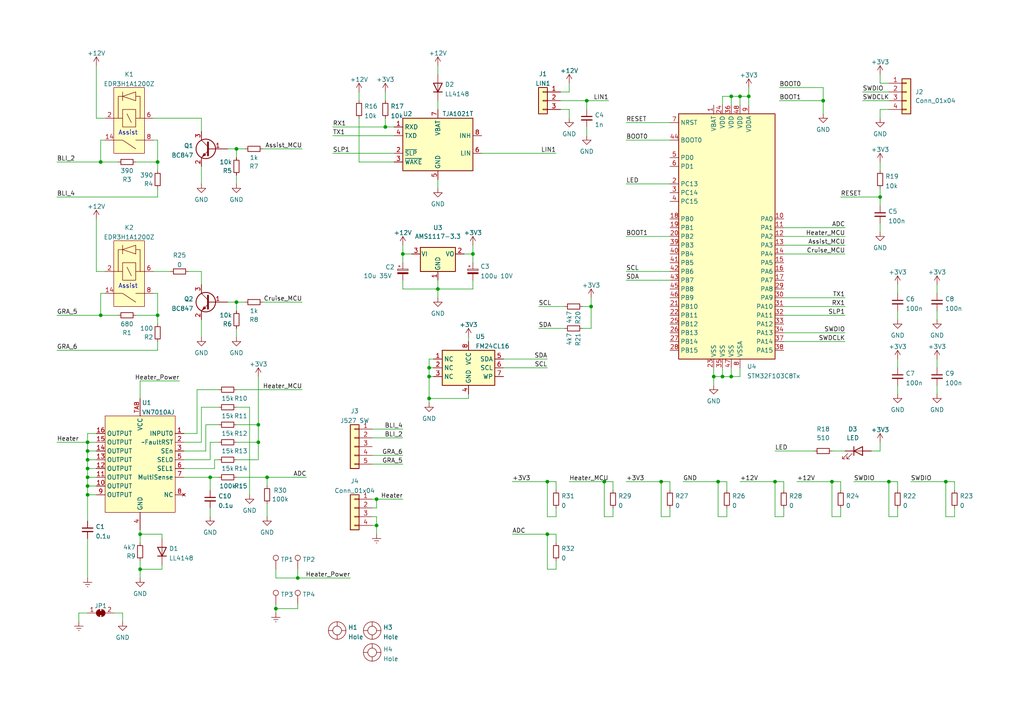
<source format=kicad_sch>
(kicad_sch (version 20211123) (generator eeschema)
  (paper "A4")
  (junction (at 25.4 143.51))
  (junction (at 74.93 128.27))
  (junction (at 208.28 139.7))
  (junction (at 80.01 176.53))
  (junction (at 217.17 27.94))
  (junction (at 191.77 139.7))
  (junction (at 111.76 36.83))
  (junction (at 238.76 29.21))
  (junction (at 25.4 135.89))
  (junction (at 207.01 109.22))
  (junction (at 25.4 128.27))
  (junction (at 224.79 139.7))
  (junction (at 127 83.82))
  (junction (at 25.4 130.81))
  (junction (at 209.55 109.22))
  (junction (at 124.46 115.57))
  (junction (at 68.58 43.18))
  (junction (at 77.47 138.43))
  (junction (at 74.93 123.19))
  (junction (at 86.36 167.64))
  (junction (at 171.45 88.9))
  (junction (at 40.64 165.1))
  (junction (at 29.21 46.99))
  (junction (at 212.09 27.94))
  (junction (at 45.72 91.44))
  (junction (at 40.64 154.94))
  (junction (at 241.3 139.7))
  (junction (at 124.46 109.22))
  (junction (at 255.27 57.15))
  (junction (at 212.09 109.22))
  (junction (at 45.72 46.99))
  (junction (at 158.75 154.94))
  (junction (at 109.22 152.4))
  (junction (at 25.4 140.97))
  (junction (at 214.63 27.94))
  (junction (at 68.58 87.63))
  (junction (at 274.32 139.7))
  (junction (at 25.4 138.43))
  (junction (at 60.96 138.43))
  (junction (at 116.84 73.66))
  (junction (at 137.16 73.66))
  (junction (at 124.46 106.68))
  (junction (at 257.81 139.7))
  (junction (at 109.22 144.78))
  (junction (at 175.26 139.7))
  (junction (at 158.75 139.7))
  (junction (at 29.21 91.44))
  (junction (at 170.18 29.21))
  (junction (at 25.4 133.35))
  (wire (pts (xy 68.58 123.19) (xy 74.93 123.19)))
  (wire (pts (xy 214.63 27.94) (xy 214.63 30.48)))
  (wire (pts (xy 66.04 43.18) (xy 68.58 43.18)))
  (wire (pts (xy 158.75 139.7) (xy 158.75 149.86)))
  (wire (pts (xy 252.73 130.81) (xy 255.27 130.81)))
  (wire (pts (xy 194.31 139.7) (xy 191.77 139.7)))
  (wire (pts (xy 124.46 109.22) (xy 124.46 115.57)))
  (wire (pts (xy 25.4 130.81) (xy 27.94 130.81)))
  (wire (pts (xy 29.21 91.44) (xy 34.29 91.44)))
  (wire (pts (xy 124.46 106.68) (xy 124.46 109.22)))
  (wire (pts (xy 74.93 128.27) (xy 74.93 133.35)))
  (wire (pts (xy 68.58 118.11) (xy 72.39 118.11)))
  (wire (pts (xy 107.95 144.78) (xy 109.22 144.78)))
  (wire (pts (xy 68.58 128.27) (xy 74.93 128.27)))
  (wire (pts (xy 74.93 123.19) (xy 74.93 128.27)))
  (wire (pts (xy 170.18 29.21) (xy 170.18 31.75)))
  (wire (pts (xy 226.06 29.21) (xy 238.76 29.21)))
  (wire (pts (xy 146.05 106.68) (xy 158.75 106.68)))
  (wire (pts (xy 25.4 128.27) (xy 25.4 130.81)))
  (wire (pts (xy 116.84 81.28) (xy 116.84 83.82)))
  (wire (pts (xy 208.28 149.86) (xy 210.82 149.86)))
  (wire (pts (xy 165.1 139.7) (xy 175.26 139.7)))
  (wire (pts (xy 25.4 133.35) (xy 25.4 135.89)))
  (wire (pts (xy 271.78 82.55) (xy 271.78 85.09)))
  (wire (pts (xy 16.51 57.15) (xy 45.72 57.15)))
  (wire (pts (xy 45.72 99.06) (xy 45.72 101.6)))
  (wire (pts (xy 57.15 113.03) (xy 63.5 113.03)))
  (wire (pts (xy 161.29 162.56) (xy 161.29 165.1)))
  (wire (pts (xy 29.21 46.99) (xy 34.29 46.99)))
  (wire (pts (xy 175.26 149.86) (xy 177.8 149.86)))
  (wire (pts (xy 30.48 34.29) (xy 27.94 34.29)))
  (wire (pts (xy 46.99 154.94) (xy 46.99 156.21)))
  (wire (pts (xy 127 29.21) (xy 127 31.75)))
  (wire (pts (xy 257.81 31.75) (xy 255.27 31.75)))
  (wire (pts (xy 255.27 54.61) (xy 255.27 57.15)))
  (wire (pts (xy 39.37 46.99) (xy 45.72 46.99)))
  (wire (pts (xy 241.3 139.7) (xy 241.3 149.86)))
  (wire (pts (xy 170.18 29.21) (xy 176.53 29.21)))
  (wire (pts (xy 114.3 36.83) (xy 111.76 36.83)))
  (wire (pts (xy 207.01 109.22) (xy 207.01 111.76)))
  (wire (pts (xy 231.14 139.7) (xy 241.3 139.7)))
  (wire (pts (xy 40.64 162.56) (xy 40.64 165.1)))
  (wire (pts (xy 181.61 68.58) (xy 194.31 68.58)))
  (wire (pts (xy 161.29 154.94) (xy 158.75 154.94)))
  (wire (pts (xy 257.81 139.7) (xy 257.81 149.86)))
  (wire (pts (xy 68.58 87.63) (xy 68.58 90.17)))
  (wire (pts (xy 255.27 64.77) (xy 255.27 67.31)))
  (wire (pts (xy 209.55 106.68) (xy 209.55 109.22)))
  (wire (pts (xy 25.4 133.35) (xy 27.94 133.35)))
  (wire (pts (xy 109.22 152.4) (xy 109.22 154.94)))
  (wire (pts (xy 181.61 35.56) (xy 194.31 35.56)))
  (wire (pts (xy 68.58 43.18) (xy 68.58 45.72)))
  (wire (pts (xy 243.84 139.7) (xy 241.3 139.7)))
  (wire (pts (xy 27.94 125.73) (xy 25.4 125.73)))
  (wire (pts (xy 107.95 147.32) (xy 109.22 147.32)))
  (wire (pts (xy 60.96 128.27) (xy 63.5 128.27)))
  (wire (pts (xy 96.52 39.37) (xy 114.3 39.37)))
  (wire (pts (xy 58.42 92.71) (xy 58.42 97.79)))
  (wire (pts (xy 125.73 104.14) (xy 124.46 104.14)))
  (wire (pts (xy 264.16 139.7) (xy 274.32 139.7)))
  (wire (pts (xy 171.45 95.25) (xy 171.45 88.9)))
  (wire (pts (xy 25.4 143.51) (xy 25.4 151.13)))
  (wire (pts (xy 116.84 83.82) (xy 127 83.82)))
  (wire (pts (xy 161.29 157.48) (xy 161.29 154.94)))
  (wire (pts (xy 111.76 36.83) (xy 111.76 34.29)))
  (wire (pts (xy 224.79 139.7) (xy 224.79 149.86)))
  (wire (pts (xy 274.32 139.7) (xy 274.32 149.86)))
  (wire (pts (xy 161.29 147.32) (xy 161.29 149.86)))
  (wire (pts (xy 25.4 143.51) (xy 27.94 143.51)))
  (wire (pts (xy 217.17 27.94) (xy 217.17 30.48)))
  (wire (pts (xy 260.35 104.14) (xy 260.35 106.68)))
  (wire (pts (xy 212.09 109.22) (xy 209.55 109.22)))
  (wire (pts (xy 127 83.82) (xy 137.16 83.82)))
  (wire (pts (xy 207.01 106.68) (xy 207.01 109.22)))
  (wire (pts (xy 257.81 149.86) (xy 260.35 149.86)))
  (wire (pts (xy 29.21 85.09) (xy 29.21 91.44)))
  (wire (pts (xy 107.95 152.4) (xy 109.22 152.4)))
  (wire (pts (xy 22.86 177.8) (xy 22.86 180.34)))
  (wire (pts (xy 243.84 57.15) (xy 255.27 57.15)))
  (wire (pts (xy 25.4 177.8) (xy 22.86 177.8)))
  (wire (pts (xy 60.96 138.43) (xy 63.5 138.43)))
  (wire (pts (xy 25.4 156.21) (xy 25.4 167.64)))
  (wire (pts (xy 77.47 138.43) (xy 77.47 140.97)))
  (wire (pts (xy 158.75 154.94) (xy 158.75 165.1)))
  (wire (pts (xy 212.09 106.68) (xy 212.09 109.22)))
  (wire (pts (xy 53.34 133.35) (xy 60.96 133.35)))
  (wire (pts (xy 271.78 90.17) (xy 271.78 92.71)))
  (wire (pts (xy 243.84 147.32) (xy 243.84 149.86)))
  (wire (pts (xy 80.01 175.26) (xy 80.01 176.53)))
  (wire (pts (xy 227.33 96.52) (xy 245.11 96.52)))
  (wire (pts (xy 44.45 40.64) (xy 45.72 40.64)))
  (wire (pts (xy 209.55 109.22) (xy 207.01 109.22)))
  (wire (pts (xy 72.39 118.11) (xy 72.39 143.51)))
  (wire (pts (xy 104.14 46.99) (xy 104.14 34.29)))
  (wire (pts (xy 46.99 165.1) (xy 40.64 165.1)))
  (wire (pts (xy 162.56 31.75) (xy 165.1 31.75)))
  (wire (pts (xy 96.52 36.83) (xy 111.76 36.83)))
  (wire (pts (xy 53.34 138.43) (xy 60.96 138.43)))
  (wire (pts (xy 177.8 142.24) (xy 177.8 139.7)))
  (wire (pts (xy 165.1 26.67) (xy 165.1 24.13)))
  (wire (pts (xy 260.35 111.76) (xy 260.35 114.3)))
  (wire (pts (xy 74.93 109.22) (xy 74.93 123.19)))
  (wire (pts (xy 40.64 165.1) (xy 40.64 167.64)))
  (wire (pts (xy 210.82 142.24) (xy 210.82 139.7)))
  (wire (pts (xy 274.32 149.86) (xy 276.86 149.86)))
  (wire (pts (xy 109.22 149.86) (xy 109.22 152.4)))
  (wire (pts (xy 68.58 95.25) (xy 68.58 97.79)))
  (wire (pts (xy 58.42 128.27) (xy 58.42 118.11)))
  (wire (pts (xy 227.33 73.66) (xy 245.11 73.66)))
  (wire (pts (xy 209.55 30.48) (xy 209.55 27.94)))
  (wire (pts (xy 60.96 138.43) (xy 60.96 142.24)))
  (wire (pts (xy 175.26 139.7) (xy 175.26 149.86)))
  (wire (pts (xy 227.33 86.36) (xy 245.11 86.36)))
  (wire (pts (xy 238.76 29.21) (xy 238.76 33.02)))
  (wire (pts (xy 271.78 104.14) (xy 271.78 106.68)))
  (wire (pts (xy 260.35 142.24) (xy 260.35 139.7)))
  (wire (pts (xy 127 83.82) (xy 127 86.36)))
  (wire (pts (xy 161.29 139.7) (xy 158.75 139.7)))
  (wire (pts (xy 27.94 19.05) (xy 27.94 34.29)))
  (wire (pts (xy 255.27 24.13) (xy 255.27 21.59)))
  (wire (pts (xy 80.01 176.53) (xy 86.36 176.53)))
  (wire (pts (xy 181.61 78.74) (xy 194.31 78.74)))
  (wire (pts (xy 25.4 128.27) (xy 27.94 128.27)))
  (wire (pts (xy 68.58 133.35) (xy 74.93 133.35)))
  (wire (pts (xy 210.82 147.32) (xy 210.82 149.86)))
  (wire (pts (xy 148.59 154.94) (xy 158.75 154.94)))
  (wire (pts (xy 124.46 109.22) (xy 125.73 109.22)))
  (wire (pts (xy 156.21 88.9) (xy 163.83 88.9)))
  (wire (pts (xy 27.94 63.5) (xy 27.94 78.74)))
  (wire (pts (xy 161.29 142.24) (xy 161.29 139.7)))
  (wire (pts (xy 214.63 109.22) (xy 212.09 109.22)))
  (wire (pts (xy 194.31 142.24) (xy 194.31 139.7)))
  (wire (pts (xy 127 52.07) (xy 127 54.61)))
  (wire (pts (xy 124.46 106.68) (xy 125.73 106.68)))
  (wire (pts (xy 227.33 142.24) (xy 227.33 139.7)))
  (wire (pts (xy 227.33 91.44) (xy 245.11 91.44)))
  (wire (pts (xy 45.72 46.99) (xy 45.72 49.53)))
  (wire (pts (xy 137.16 73.66) (xy 137.16 76.2)))
  (wire (pts (xy 210.82 139.7) (xy 208.28 139.7)))
  (wire (pts (xy 227.33 147.32) (xy 227.33 149.86)))
  (wire (pts (xy 276.86 147.32) (xy 276.86 149.86)))
  (wire (pts (xy 45.72 40.64) (xy 45.72 46.99)))
  (wire (pts (xy 194.31 147.32) (xy 194.31 149.86)))
  (wire (pts (xy 58.42 34.29) (xy 58.42 38.1)))
  (wire (pts (xy 25.4 135.89) (xy 27.94 135.89)))
  (wire (pts (xy 114.3 46.99) (xy 104.14 46.99)))
  (wire (pts (xy 16.51 46.99) (xy 29.21 46.99)))
  (wire (pts (xy 134.62 73.66) (xy 137.16 73.66)))
  (wire (pts (xy 214.63 27.94) (xy 217.17 27.94)))
  (wire (pts (xy 243.84 142.24) (xy 243.84 139.7)))
  (wire (pts (xy 53.34 128.27) (xy 58.42 128.27)))
  (wire (pts (xy 57.15 125.73) (xy 57.15 113.03)))
  (wire (pts (xy 191.77 139.7) (xy 191.77 149.86)))
  (wire (pts (xy 276.86 142.24) (xy 276.86 139.7)))
  (wire (pts (xy 76.2 43.18) (xy 87.63 43.18)))
  (wire (pts (xy 68.58 87.63) (xy 71.12 87.63)))
  (wire (pts (xy 191.77 149.86) (xy 194.31 149.86)))
  (wire (pts (xy 212.09 27.94) (xy 214.63 27.94)))
  (wire (pts (xy 226.06 25.4) (xy 238.76 25.4)))
  (wire (pts (xy 33.02 177.8) (xy 35.56 177.8)))
  (wire (pts (xy 170.18 36.83) (xy 170.18 39.37)))
  (wire (pts (xy 16.51 91.44) (xy 29.21 91.44)))
  (wire (pts (xy 104.14 26.67) (xy 104.14 29.21)))
  (wire (pts (xy 212.09 27.94) (xy 212.09 30.48)))
  (wire (pts (xy 46.99 163.83) (xy 46.99 165.1)))
  (wire (pts (xy 260.35 139.7) (xy 257.81 139.7)))
  (wire (pts (xy 44.45 85.09) (xy 45.72 85.09)))
  (wire (pts (xy 124.46 104.14) (xy 124.46 106.68)))
  (wire (pts (xy 68.58 50.8) (xy 68.58 53.34)))
  (wire (pts (xy 25.4 138.43) (xy 27.94 138.43)))
  (wire (pts (xy 137.16 81.28) (xy 137.16 83.82)))
  (wire (pts (xy 227.33 99.06) (xy 245.11 99.06)))
  (wire (pts (xy 40.64 110.49) (xy 40.64 115.57)))
  (wire (pts (xy 260.35 82.55) (xy 260.35 85.09)))
  (wire (pts (xy 116.84 71.12) (xy 116.84 73.66)))
  (wire (pts (xy 45.72 91.44) (xy 45.72 93.98)))
  (wire (pts (xy 227.33 139.7) (xy 224.79 139.7)))
  (wire (pts (xy 80.01 165.1) (xy 80.01 167.64)))
  (wire (pts (xy 25.4 138.43) (xy 25.4 140.97)))
  (wire (pts (xy 40.64 154.94) (xy 46.99 154.94)))
  (wire (pts (xy 135.89 114.3) (xy 135.89 115.57)))
  (wire (pts (xy 40.64 153.67) (xy 40.64 154.94)))
  (wire (pts (xy 107.95 134.62) (xy 116.84 134.62)))
  (wire (pts (xy 109.22 147.32) (xy 109.22 144.78)))
  (wire (pts (xy 68.58 43.18) (xy 71.12 43.18)))
  (wire (pts (xy 177.8 139.7) (xy 175.26 139.7)))
  (wire (pts (xy 59.69 123.19) (xy 63.5 123.19)))
  (wire (pts (xy 40.64 110.49) (xy 52.07 110.49)))
  (wire (pts (xy 146.05 104.14) (xy 158.75 104.14)))
  (wire (pts (xy 241.3 130.81) (xy 245.11 130.81)))
  (wire (pts (xy 25.4 125.73) (xy 25.4 128.27)))
  (wire (pts (xy 25.4 135.89) (xy 25.4 138.43)))
  (wire (pts (xy 241.3 149.86) (xy 243.84 149.86)))
  (wire (pts (xy 68.58 138.43) (xy 77.47 138.43)))
  (wire (pts (xy 162.56 29.21) (xy 170.18 29.21)))
  (wire (pts (xy 86.36 167.64) (xy 101.6 167.64)))
  (wire (pts (xy 109.22 144.78) (xy 116.84 144.78)))
  (wire (pts (xy 209.55 27.94) (xy 212.09 27.94)))
  (wire (pts (xy 25.4 130.81) (xy 25.4 133.35)))
  (wire (pts (xy 255.27 46.99) (xy 255.27 49.53)))
  (wire (pts (xy 208.28 139.7) (xy 208.28 149.86)))
  (wire (pts (xy 247.65 139.7) (xy 257.81 139.7)))
  (wire (pts (xy 76.2 87.63) (xy 87.63 87.63)))
  (wire (pts (xy 16.51 128.27) (xy 25.4 128.27)))
  (wire (pts (xy 255.27 31.75) (xy 255.27 34.29)))
  (wire (pts (xy 137.16 73.66) (xy 137.16 71.12)))
  (wire (pts (xy 116.84 73.66) (xy 119.38 73.66)))
  (wire (pts (xy 224.79 130.81) (xy 236.22 130.81)))
  (wire (pts (xy 181.61 40.64) (xy 194.31 40.64)))
  (wire (pts (xy 135.89 97.79) (xy 135.89 99.06)))
  (wire (pts (xy 271.78 111.76) (xy 271.78 114.3)))
  (wire (pts (xy 177.8 147.32) (xy 177.8 149.86)))
  (wire (pts (xy 39.37 91.44) (xy 45.72 91.44)))
  (wire (pts (xy 276.86 139.7) (xy 274.32 139.7)))
  (wire (pts (xy 181.61 139.7) (xy 191.77 139.7)))
  (wire (pts (xy 44.45 34.29) (xy 58.42 34.29)))
  (wire (pts (xy 227.33 68.58) (xy 245.11 68.58)))
  (wire (pts (xy 60.96 147.32) (xy 60.96 149.86)))
  (wire (pts (xy 250.19 26.67) (xy 257.81 26.67)))
  (wire (pts (xy 77.47 138.43) (xy 88.9 138.43)))
  (wire (pts (xy 250.19 29.21) (xy 257.81 29.21)))
  (wire (pts (xy 45.72 85.09) (xy 45.72 91.44)))
  (wire (pts (xy 53.34 125.73) (xy 57.15 125.73)))
  (wire (pts (xy 260.35 90.17) (xy 260.35 92.71)))
  (wire (pts (xy 227.33 66.04) (xy 245.11 66.04)))
  (wire (pts (xy 45.72 54.61) (xy 45.72 57.15)))
  (wire (pts (xy 227.33 71.12) (xy 245.11 71.12)))
  (wire (pts (xy 86.36 165.1) (xy 86.36 167.64)))
  (wire (pts (xy 60.96 133.35) (xy 60.96 128.27)))
  (wire (pts (xy 127 81.28) (xy 127 83.82)))
  (wire (pts (xy 25.4 140.97) (xy 27.94 140.97)))
  (wire (pts (xy 58.42 48.26) (xy 58.42 53.34)))
  (wire (pts (xy 255.27 130.81) (xy 255.27 128.27)))
  (wire (pts (xy 30.48 40.64) (xy 29.21 40.64)))
  (wire (pts (xy 96.52 44.45) (xy 114.3 44.45)))
  (wire (pts (xy 260.35 147.32) (xy 260.35 149.86)))
  (wire (pts (xy 66.04 87.63) (xy 68.58 87.63)))
  (wire (pts (xy 238.76 25.4) (xy 238.76 29.21)))
  (wire (pts (xy 107.95 127) (xy 116.84 127)))
  (wire (pts (xy 107.95 149.86) (xy 109.22 149.86)))
  (wire (pts (xy 40.64 154.94) (xy 40.64 157.48)))
  (wire (pts (xy 86.36 175.26) (xy 86.36 176.53)))
  (wire (pts (xy 214.63 139.7) (xy 224.79 139.7)))
  (wire (pts (xy 162.56 26.67) (xy 165.1 26.67)))
  (wire (pts (xy 227.33 88.9) (xy 245.11 88.9)))
  (wire (pts (xy 58.42 78.74) (xy 58.42 82.55)))
  (wire (pts (xy 111.76 26.67) (xy 111.76 29.21)))
  (wire (pts (xy 158.75 165.1) (xy 161.29 165.1)))
  (wire (pts (xy 30.48 85.09) (xy 29.21 85.09)))
  (wire (pts (xy 53.34 135.89) (xy 62.23 135.89)))
  (wire (pts (xy 181.61 53.34) (xy 194.31 53.34)))
  (wire (pts (xy 86.36 167.64) (xy 80.01 167.64)))
  (wire (pts (xy 77.47 146.05) (xy 77.47 149.86)))
  (wire (pts (xy 171.45 88.9) (xy 171.45 86.36)))
  (wire (pts (xy 124.46 115.57) (xy 124.46 116.84)))
  (wire (pts (xy 257.81 24.13) (xy 255.27 24.13)))
  (wire (pts (xy 25.4 140.97) (xy 25.4 143.51)))
  (wire (pts (xy 156.21 95.25) (xy 163.83 95.25)))
  (wire (pts (xy 30.48 78.74) (xy 27.94 78.74)))
  (wire (pts (xy 16.51 101.6) (xy 45.72 101.6)))
  (wire (pts (xy 181.61 81.28) (xy 194.31 81.28)))
  (wire (pts (xy 139.7 44.45) (xy 161.29 44.45)))
  (wire (pts (xy 168.91 88.9) (xy 171.45 88.9)))
  (wire (pts (xy 148.59 139.7) (xy 158.75 139.7)))
  (wire (pts (xy 255.27 57.15) (xy 255.27 59.69)))
  (wire (pts (xy 68.58 113.03) (xy 87.63 113.03)))
  (wire (pts (xy 165.1 31.75) (xy 165.1 34.29)))
  (wire (pts (xy 217.17 25.4) (xy 217.17 27.94)))
  (wire (pts (xy 107.95 132.08) (xy 116.84 132.08)))
  (wire (pts (xy 44.45 78.74) (xy 49.53 78.74)))
  (wire (pts (xy 116.84 73.66) (xy 116.84 76.2)))
  (wire (pts (xy 62.23 133.35) (xy 63.5 133.35)))
  (wire (pts (xy 53.34 130.81) (xy 59.69 130.81)))
  (wire (pts (xy 168.91 95.25) (xy 171.45 95.25)))
  (wire (pts (xy 224.79 149.86) (xy 227.33 149.86)))
  (wire (pts (xy 135.89 115.57) (xy 124.46 115.57)))
  (wire (pts (xy 58.42 118.11) (xy 63.5 118.11)))
  (wire (pts (xy 158.75 149.86) (xy 161.29 149.86)))
  (wire (pts (xy 198.12 139.7) (xy 208.28 139.7)))
  (wire (pts (xy 59.69 130.81) (xy 59.69 123.19)))
  (wire (pts (xy 54.61 78.74) (xy 58.42 78.74)))
  (wire (pts (xy 80.01 176.53) (xy 80.01 177.8)))
  (wire (pts (xy 62.23 135.89) (xy 62.23 133.35)))
  (wire (pts (xy 35.56 177.8) (xy 35.56 180.34)))
  (wire (pts (xy 107.95 124.46) (xy 116.84 124.46)))
  (wire (pts (xy 29.21 40.64) (xy 29.21 46.99)))
  (wire (pts (xy 214.63 106.68) (xy 214.63 109.22)))
  (wire (pts (xy 127 19.05) (xy 127 21.59)))
  (text "Assist\n" (at 34.29 39.37 0) (effects (font (size 1.27 1.27)) (justify left bottom)))
  (text "Assist\n" (at 34.29 83.82 0) (effects (font (size 1.27 1.27)) (justify left bottom)))
  (label "Heater" (at 16.51 128.27 0))
  (label "Heater_MCU" (at 87.63 113.03 180))
  (label "Heater_Power" (at 52.07 110.49 180))
  (label "BLI_4" (at 116.84 124.46 180))
  (label "SCL" (at 158.75 106.68 180))
  (label "SWDIO" (at 247.65 139.7 0))
  (label "Heater" (at 116.84 144.78 180))
  (label "GRA_5" (at 16.51 91.44 0))
  (label "Heater_Power" (at 101.6 167.64 180))
  (label "LIN1" (at 176.53 29.21 180))
  (label "RESET" (at 243.84 57.15 0))
  (label "TX1" (at 245.11 86.36 180))
  (label "Assist_MCU" (at 245.11 71.12 180))
  (label "SCL" (at 181.61 78.74 0))
  (label "SWDCLK" (at 245.11 99.06 180))
  (label "+3V3" (at 148.59 139.7 0))
  (label "SDA" (at 156.21 95.25 0))
  (label "BLI_4" (at 16.51 57.15 0))
  (label "RX1" (at 96.52 36.83 0))
  (label "RX1" (at 245.11 88.9 180))
  (label "TX1" (at 96.52 39.37 0))
  (label "BOOT0" (at 226.06 25.4 0))
  (label "Cruise_MCU" (at 87.63 87.63 180))
  (label "ADC" (at 245.11 66.04 180))
  (label "+12V" (at 214.63 139.7 0))
  (label "ADC" (at 148.59 154.94 0))
  (label "SDA" (at 158.75 104.14 180))
  (label "BOOT1" (at 181.61 68.58 0))
  (label "LED" (at 181.61 53.34 0))
  (label "Heater_MCU" (at 245.11 68.58 180))
  (label "GRA_6" (at 116.84 132.08 180))
  (label "BOOT1" (at 226.06 29.21 0))
  (label "Assist_MCU" (at 87.63 43.18 180))
  (label "RESET" (at 181.61 35.56 0))
  (label "SWDIO" (at 264.16 139.7 0))
  (label "BLI_2" (at 16.51 46.99 0))
  (label "BOOT0" (at 181.61 40.64 0))
  (label "SLP1" (at 96.52 44.45 0))
  (label "Cruise_MCU" (at 245.11 73.66 180))
  (label "GRA_6" (at 16.51 101.6 0))
  (label "GRA_5" (at 116.84 134.62 180))
  (label "SCL" (at 156.21 88.9 0))
  (label "SWDIO" (at 250.19 26.67 0))
  (label "SWDIO" (at 245.11 96.52 180))
  (label "ADC" (at 88.9 138.43 180))
  (label "LIN1" (at 161.29 44.45 180))
  (label "BLI_2" (at 116.84 127 180))
  (label "LED" (at 224.79 130.81 0))
  (label "GND" (at 198.12 139.7 0))
  (label "SDA" (at 181.61 81.28 0))
  (label "SLP1" (at 245.11 91.44 180))
  (label "+3V3" (at 181.61 139.7 0))
  (label "Heater_MCU" (at 165.1 139.7 0))
  (label "+12V" (at 231.14 139.7 0))
  (label "SWDCLK" (at 250.19 29.21 0))
  (symbol (lib_id "power:+3.3V") (at 255.27 21.59 0) (unit 1)
    (property "Reference" "#PWR0119" (effects hide))
    (property "Value" "+3.3V" (at 255.27 17.9855 0))
  )
  (symbol (lib_id "power:+3.3V") (at 271.78 104.14 0) (unit 1)
    (property "Reference" "#PWR0112" (effects hide))
    (property "Value" "+3.3V" (at 271.78 100.5355 0))
  )
  (symbol (lib_id "power:+3.3V") (at 217.17 25.4 0) (unit 1)
    (property "Reference" "#PWR0121" (effects hide))
    (property "Value" "+3.3V" (at 217.17 21.7955 0))
  )
  (symbol (lib_name "EDR3H1A1200Z_1") (lib_id "my_modules:EDR3H1A1200Z") (at 30.48 40.64 0) (mirror x) (unit 1)
    (property "Reference" "K1" (at 37.465 21.5605 0))
    (property "Value" "EDR3H1A1200Z" (at 37.465 24.3356 0))
    (property "Footprint" "my_modules:EDR3H1A1200Z" (effects hide))
    (property "Datasheet" "https://static.chipdip.ru/lib/731/DOC002731012.pdf" (effects hide))
  )
  (symbol (lib_id "Device:C_Small") (at 271.78 87.63 0) (unit 1)
    (property "Reference" "C8" (at 274.1041 86.7278 0) (effects (justify left)))
    (property "Value" "100n" (at 274.1041 89.5029 0) (effects (justify left)))
    (property "Footprint" "Capacitor_SMD:C_0805_2012Metric_Pad1.18x1.45mm_HandSolder" (effects hide))
  )
  (symbol (lib_id "Device:R_Small") (at 66.04 138.43 90) (unit 1)
    (property "Reference" "R15" (at 69.85 140.97 90))
    (property "Value" "100k" (at 66.04 140.97 90))
    (property "Footprint" "Resistor_SMD:R_0805_2012Metric_Pad1.20x1.40mm_HandSolder" (effects hide))
  )
  (symbol (lib_id "Device:C_Polarized_Small") (at 116.84 78.74 0) (unit 1)
    (property "Reference" "C2" (at 111.76 77.47 0) (effects (justify left)))
    (property "Value" "10u 35V" (at 105.41 80.01 0) (effects (justify left)))
    (property "Footprint" "Capacitor_Tantalum_SMD:CP_EIA-7343-31_Kemet-D_Pad2.25x2.55mm_HandSolder" (effects hide))
  )
  (symbol (lib_id "MCU_ST_STM32F1:STM32F103C8Tx") (at 212.09 68.58 0) (unit 1)
    (property "Reference" "U4" (at 216.6494 106.2895 0) (effects (justify left)))
    (property "Value" "STM32F103C8Tx" (at 216.6494 109.0646 0) (effects (justify left)))
    (property "Footprint" "Package_QFP:LQFP-48_7x7mm_P0.5mm" (effects hide))
    (property "Datasheet" "http://www.st.com/st-web-ui/static/active/en/resource/technical/document/datasheet/CD00161566.pdf" (effects hide))
  )
  (symbol (lib_id "Device:C_Small") (at 260.35 109.22 0) (unit 1)
    (property "Reference" "C7" (at 262.6741 108.3178 0) (effects (justify left)))
    (property "Value" "100n" (at 262.6741 111.0929 0) (effects (justify left)))
    (property "Footprint" "Capacitor_SMD:C_0805_2012Metric_Pad1.18x1.45mm_HandSolder" (effects hide))
  )
  (symbol (lib_id "Device:R_Small") (at 68.58 48.26 180) (unit 1)
    (property "Reference" "R5" (at 67.31 49.53 0) (effects (justify left)))
    (property "Value" "10k" (at 67.31 46.99 0) (effects (justify left)))
    (property "Footprint" "Resistor_SMD:R_0805_2012Metric_Pad1.20x1.40mm_HandSolder" (effects hide))
  )
  (symbol (lib_id "Device:R_Small") (at 66.04 128.27 90) (unit 1)
    (property "Reference" "R13" (at 69.85 130.81 90))
    (property "Value" "15k" (at 66.04 130.81 90))
    (property "Footprint" "Resistor_SMD:R_0805_2012Metric_Pad1.20x1.40mm_HandSolder" (effects hide))
  )
  (symbol (lib_id "my_modules:Hole") (at 97.79 182.88 0) (unit 1)
    (property "Reference" "H1" (at 100.965 181.9715 0) (effects (justify left)))
    (property "Value" "Hole" (at 100.965 184.7466 0) (effects (justify left)))
    (property "Footprint" "my_modules:Hole 3 mm" (effects hide))
  )
  (symbol (lib_id "Regulator_Linear:AMS1117-3.3") (at 127 73.66 0) (unit 1)
    (property "Reference" "U3" (at 127 66.04 0))
    (property "Value" "AMS1117-3.3" (at 127 68.58 0))
    (property "Footprint" "Package_TO_SOT_SMD:SOT-223-3_TabPin2" (effects hide))
    (property "Datasheet" "http://www.advanced-monolithic.com/pdf/ds1117.pdf" (effects hide))
  )
  (symbol (lib_id "power:+12V") (at 27.94 19.05 0) (unit 1)
    (property "Reference" "#PWR01" (effects hide))
    (property "Value" "+12V" (at 27.94 15.4455 0))
  )
  (symbol (lib_id "power:+3V3") (at 137.16 71.12 0) (unit 1)
    (property "Reference" "#PWR0107" (effects hide))
    (property "Value" "+3V3" (at 137.16 67.5155 0))
  )
  (symbol (lib_id "power:GND") (at 72.39 143.51 0) (unit 1)
    (property "Reference" "#PWR010" (effects hide))
    (property "Value" "GND" (at 72.39 148.0725 0))
  )
  (symbol (lib_id "Device:R_Small") (at 276.86 144.78 0) (unit 1)
    (property "Reference" "R23" (at 278.3586 143.8715 0) (effects (justify left)))
    (property "Value" "0" (at 278.3586 146.6466 0) (effects (justify left)))
    (property "Footprint" "Resistor_SMD:R_1206_3216Metric_Pad1.30x1.75mm_HandSolder" (effects hide))
  )
  (symbol (lib_id "Connector_Generic:Conn_01x03") (at 157.48 29.21 0) (mirror y) (unit 1)
    (property "Reference" "J1" (at 157.48 21.4335 0))
    (property "Value" "LIN1" (at 157.48 24.2086 0))
    (property "Footprint" "JST-XH-2.54:B3B-AM" (effects hide))
  )
  (symbol (lib_id "power:GND") (at 68.58 97.79 0) (unit 1)
    (property "Reference" "#PWR06" (effects hide))
    (property "Value" "GND" (at 68.58 102.3525 0))
  )
  (symbol (lib_id "Device:R_Small") (at 161.29 144.78 0) (unit 1)
    (property "Reference" "R31" (at 162.7886 143.8715 0) (effects (justify left)))
    (property "Value" "0" (at 162.7886 146.6466 0) (effects (justify left)))
    (property "Footprint" "Resistor_SMD:R_1206_3216Metric_Pad1.30x1.75mm_HandSolder" (effects hide))
  )
  (symbol (lib_id "power:GND") (at 77.47 149.86 0) (unit 1)
    (property "Reference" "#PWR011" (effects hide))
    (property "Value" "GND" (at 77.47 154.4225 0))
  )
  (symbol (lib_id "power:+12V") (at 165.1 24.13 0) (unit 1)
    (property "Reference" "#PWR0114" (effects hide))
    (property "Value" "+12V" (at 165.1 20.5255 0))
  )
  (symbol (lib_id "power:+12V") (at 116.84 71.12 0) (unit 1)
    (property "Reference" "#PWR0106" (effects hide))
    (property "Value" "+12V" (at 116.84 67.5155 0))
  )
  (symbol (lib_id "power:GND") (at 124.46 116.84 0) (unit 1)
    (property "Reference" "#PWR0128" (effects hide))
    (property "Value" "GND" (at 124.46 121.4025 0))
  )
  (symbol (lib_id "power:GND") (at 58.42 53.34 0) (unit 1)
    (property "Reference" "#PWR03" (effects hide))
    (property "Value" "GND" (at 58.42 57.9025 0))
  )
  (symbol (lib_id "Device:R_Small") (at 66.04 123.19 90) (unit 1)
    (property "Reference" "R12" (at 69.85 125.73 90))
    (property "Value" "15k" (at 66.04 125.73 90))
    (property "Footprint" "Resistor_SMD:R_0805_2012Metric_Pad1.20x1.40mm_HandSolder" (effects hide))
  )
  (symbol (lib_id "Device:C_Small") (at 170.18 34.29 0) (unit 1)
    (property "Reference" "C4" (at 172.5041 33.3878 0) (effects (justify left)))
    (property "Value" "1n" (at 172.5041 36.1629 0) (effects (justify left)))
    (property "Footprint" "Capacitor_SMD:C_0805_2012Metric_Pad1.18x1.45mm_HandSolder" (effects hide))
  )
  (symbol (lib_id "Connector:TestPoint") (at 86.36 175.26 0) (unit 1)
    (property "Reference" "TP4" (at 87.757 172.437 0) (effects (justify left)))
    (property "Value" "GND" (effects hide))
    (property "Footprint" "TestPoint:TestPoint_THTPad_D2.0mm_Drill1.0mm" (effects hide))
  )
  (symbol (lib_id "power:+3.3V") (at 271.78 82.55 0) (unit 1)
    (property "Reference" "#PWR0124" (effects hide))
    (property "Value" "+3.3V" (at 271.78 78.9455 0))
  )
  (symbol (lib_id "Device:R_Small") (at 52.07 78.74 90) (unit 1)
    (property "Reference" "R25" (at 52.07 74.0369 90))
    (property "Value" "0" (at 52.07 76.812 90))
    (property "Footprint" "Resistor_SMD:R_1206_3216Metric_Pad1.30x1.75mm_HandSolder" (effects hide))
  )
  (symbol (lib_id "power:+12V") (at 127 19.05 0) (unit 1)
    (property "Reference" "#PWR0101" (effects hide))
    (property "Value" "+12V" (at 127 15.4455 0))
  )
  (symbol (lib_id "power:GND") (at 58.42 97.79 0) (unit 1)
    (property "Reference" "#PWR04" (effects hide))
    (property "Value" "GND" (at 58.42 102.3525 0))
  )
  (symbol (lib_id "Connector_Generic:Conn_01x05") (at 102.87 129.54 0) (mirror y) (unit 1)
    (property "Reference" "J3" (at 102.87 119.2235 0))
    (property "Value" "J527 SW" (at 102.87 121.9986 0))
    (property "Footprint" "JST-XH-2.54:B5B-AM" (effects hide))
  )
  (symbol (lib_id "my_modules:EDR3H1A1200Z") (at 30.48 85.09 0) (mirror x) (unit 1)
    (property "Reference" "K2" (at 37.465 66.0105 0))
    (property "Value" "EDR3H1A1200Z" (at 37.465 68.7856 0))
    (property "Footprint" "my_modules:EDR3H1A1200Z" (effects hide))
    (property "Datasheet" "https://static.chipdip.ru/lib/731/DOC002731012.pdf" (effects hide))
  )
  (symbol (lib_id "Device:R_Small") (at 40.64 160.02 180) (unit 1)
    (property "Reference" "R9" (at 39.37 161.29 0) (effects (justify left)))
    (property "Value" "4k7" (at 39.37 158.75 0) (effects (justify left)))
    (property "Footprint" "Resistor_SMD:R_0805_2012Metric_Pad1.20x1.40mm_HandSolder" (effects hide))
  )
  (symbol (lib_id "Device:R_Small") (at 166.37 95.25 270) (unit 1)
    (property "Reference" "R21" (at 167.64 96.52 0) (effects (justify left)))
    (property "Value" "4k7" (at 165.1 96.52 0) (effects (justify left)))
    (property "Footprint" "Resistor_SMD:R_0805_2012Metric_Pad1.20x1.40mm_HandSolder" (effects hide))
  )
  (symbol (lib_id "Device:R_Small") (at 68.58 92.71 180) (unit 1)
    (property "Reference" "R6" (at 67.31 93.98 0) (effects (justify left)))
    (property "Value" "10k" (at 67.31 91.44 0) (effects (justify left)))
    (property "Footprint" "Resistor_SMD:R_0805_2012Metric_Pad1.20x1.40mm_HandSolder" (effects hide))
  )
  (symbol (lib_id "Device:R_Small") (at 66.04 133.35 90) (unit 1)
    (property "Reference" "R14" (at 69.85 135.89 90))
    (property "Value" "15k" (at 66.04 135.89 90))
    (property "Footprint" "Resistor_SMD:R_0805_2012Metric_Pad1.20x1.40mm_HandSolder" (effects hide))
  )
  (symbol (lib_id "power:+3V3") (at 171.45 86.36 0) (unit 1)
    (property "Reference" "#PWR0129" (effects hide))
    (property "Value" "+3V3" (at 171.45 82.7555 0))
  )
  (symbol (lib_id "power:Earth") (at 109.22 154.94 0) (unit 1)
    (property "Reference" "#PWR0130" (effects hide))
    (property "Value" "Earth" (effects hide))
  )
  (symbol (lib_id "Device:R_Small") (at 177.8 144.78 0) (unit 1)
    (property "Reference" "R29" (at 179.2986 143.8715 0) (effects (justify left)))
    (property "Value" "0" (at 179.2986 146.6466 0) (effects (justify left)))
    (property "Footprint" "Resistor_SMD:R_1206_3216Metric_Pad1.30x1.75mm_HandSolder" (effects hide))
  )
  (symbol (lib_id "power:+3V3") (at 111.76 26.67 0) (unit 1)
    (property "Reference" "#PWR0102" (effects hide))
    (property "Value" "+3V3" (at 111.76 23.0655 0))
  )
  (symbol (lib_id "Jumper:SolderJumper_2_Bridged") (at 29.21 177.8 0) (unit 1)
    (property "Reference" "JP1" (at 29.21 175.7195 0))
    (property "Value" "SolderJumper_2_Bridged" (effects hide))
    (property "Footprint" "Jumper:SolderJumper-2_P1.3mm_Bridged_Pad1.0x1.5mm" (effects hide))
  )
  (symbol (lib_id "Device:R_Small") (at 73.66 43.18 90) (unit 1)
    (property "Reference" "R7" (at 73.66 48.26 90))
    (property "Value" "1k" (at 73.66 45.72 90))
    (property "Footprint" "Resistor_SMD:R_0805_2012Metric_Pad1.20x1.40mm_HandSolder" (effects hide))
  )
  (symbol (lib_id "Device:R_Small") (at 243.84 144.78 0) (unit 1)
    (property "Reference" "R24" (at 245.3386 143.8715 0) (effects (justify left)))
    (property "Value" "0" (at 245.3386 146.6466 0) (effects (justify left)))
    (property "Footprint" "Resistor_SMD:R_1206_3216Metric_Pad1.30x1.75mm_HandSolder" (effects hide))
  )
  (symbol (lib_id "Device:C_Small") (at 60.96 144.78 0) (unit 1)
    (property "Reference" "C10" (at 63.2841 143.8778 0) (effects (justify left)))
    (property "Value" "0.1u" (at 63.2841 146.6529 0) (effects (justify left)))
    (property "Footprint" "Capacitor_SMD:C_0805_2012Metric_Pad1.18x1.45mm_HandSolder" (effects hide))
  )
  (symbol (lib_id "Device:R_Small") (at 194.31 144.78 0) (unit 1)
    (property "Reference" "R27" (at 195.8086 143.8715 0) (effects (justify left)))
    (property "Value" "0" (at 195.8086 146.6466 0) (effects (justify left)))
    (property "Footprint" "Resistor_SMD:R_1206_3216Metric_Pad1.30x1.75mm_HandSolder" (effects hide))
  )
  (symbol (lib_id "my_modules:Hole") (at 107.95 182.88 0) (unit 1)
    (property "Reference" "H3" (at 111.125 181.9715 0) (effects (justify left)))
    (property "Value" "Hole" (at 111.125 184.7466 0) (effects (justify left)))
    (property "Footprint" "my_modules:Hole 3 mm" (effects hide))
  )
  (symbol (lib_id "Connector_Generic:Conn_01x04") (at 102.87 147.32 0) (mirror y) (unit 1)
    (property "Reference" "J4" (at 102.87 139.5435 0))
    (property "Value" "Conn_01x04" (at 102.87 142.3186 0))
    (property "Footprint" "JST-XH-2.54:B4B-AM" (effects hide))
  )
  (symbol (lib_id "Device:C_Small") (at 255.27 62.23 0) (unit 1)
    (property "Reference" "C5" (at 257.5941 61.3278 0) (effects (justify left)))
    (property "Value" "100n" (at 257.5941 64.1029 0) (effects (justify left)))
    (property "Footprint" "Capacitor_SMD:C_0805_2012Metric_Pad1.18x1.45mm_HandSolder" (effects hide))
  )
  (symbol (lib_id "power:GND") (at 170.18 39.37 0) (unit 1)
    (property "Reference" "#PWR0116" (effects hide))
    (property "Value" "GND" (at 170.18 43.9325 0))
  )
  (symbol (lib_id "power:+3.3V") (at 260.35 104.14 0) (unit 1)
    (property "Reference" "#PWR0109" (effects hide))
    (property "Value" "+3.3V" (at 260.35 100.5355 0))
  )
  (symbol (lib_id "power:GND") (at 68.58 53.34 0) (unit 1)
    (property "Reference" "#PWR05" (effects hide))
    (property "Value" "GND" (at 68.58 57.9025 0))
  )
  (symbol (lib_id "Connector:TestPoint") (at 80.01 165.1 0) (unit 1)
    (property "Reference" "TP1" (at 81.407 162.277 0) (effects (justify left)))
    (property "Value" "Heat_PW" (effects hide))
    (property "Footprint" "TestPoint:TestPoint_THTPad_D2.0mm_Drill1.0mm" (effects hide))
  )
  (symbol (lib_id "power:GND") (at 271.78 114.3 0) (unit 1)
    (property "Reference" "#PWR0111" (effects hide))
    (property "Value" "GND" (at 271.78 118.8625 0))
  )
  (symbol (lib_id "power:GND") (at 255.27 67.31 0) (unit 1)
    (property "Reference" "#PWR0122" (effects hide))
    (property "Value" "GND" (at 255.27 71.8725 0))
  )
  (symbol (lib_id "Device:C_Small") (at 25.4 153.67 0) (unit 1)
    (property "Reference" "C1" (at 27.7241 152.7678 0) (effects (justify left)))
    (property "Value" "0.1u" (at 27.7241 155.5429 0) (effects (justify left)))
    (property "Footprint" "Capacitor_SMD:C_0805_2012Metric_Pad1.18x1.45mm_HandSolder" (effects hide))
  )
  (symbol (lib_id "Device:R_Small") (at 45.72 96.52 180) (unit 1)
    (property "Reference" "R2" (at 44.45 97.79 0) (effects (justify left)))
    (property "Value" "100" (at 44.45 95.25 0) (effects (justify left)))
    (property "Footprint" "Resistor_SMD:R_0805_2012Metric_Pad1.20x1.40mm_HandSolder" (effects hide))
  )
  (symbol (lib_id "Memory_EEPROM:24LC16") (at 135.89 106.68 0) (unit 1)
    (property "Reference" "U5" (at 137.9094 97.6335 0) (effects (justify left)))
    (property "Value" "FM24CL16" (at 137.9094 100.4086 0) (effects (justify left)))
    (property "Footprint" "Package_SO:SO-8_3.9x4.9mm_P1.27mm" (effects hide))
    (property "Datasheet" "http://ww1.microchip.com/downloads/en/DeviceDoc/21703d.pdf" (effects hide))
  )
  (symbol (lib_id "Device:R_Small") (at 111.76 31.75 0) (unit 1)
    (property "Reference" "R17" (at 113.2586 30.8415 0) (effects (justify left)))
    (property "Value" "10k" (at 113.2586 33.6166 0) (effects (justify left)))
    (property "Footprint" "Resistor_SMD:R_0805_2012Metric_Pad1.20x1.40mm_HandSolder" (effects hide))
  )
  (symbol (lib_id "Device:R_Small") (at 166.37 88.9 270) (unit 1)
    (property "Reference" "R20" (at 167.64 90.17 0) (effects (justify left)))
    (property "Value" "4k7" (at 165.1 90.17 0) (effects (justify left)))
    (property "Footprint" "Resistor_SMD:R_0805_2012Metric_Pad1.20x1.40mm_HandSolder" (effects hide))
  )
  (symbol (lib_id "Device:LED") (at 248.92 130.81 0) (unit 1)
    (property "Reference" "D3" (at 247.3325 124.46 0))
    (property "Value" "LED" (at 247.3325 127 0))
    (property "Footprint" "LED_SMD:LED_1206_3216Metric_Pad1.42x1.75mm_HandSolder" (effects hide))
  )
  (symbol (lib_id "Device:R_Small") (at 255.27 52.07 0) (unit 1)
    (property "Reference" "R19" (at 256.7686 51.1615 0) (effects (justify left)))
    (property "Value" "10k" (at 256.7686 53.9366 0) (effects (justify left)))
    (property "Footprint" "Resistor_SMD:R_0805_2012Metric_Pad1.20x1.40mm_HandSolder" (effects hide))
  )
  (symbol (lib_id "Connector:TestPoint") (at 86.36 165.1 0) (unit 1)
    (property "Reference" "TP2" (at 87.757 162.277 0) (effects (justify left)))
    (property "Value" "Heat_PW" (effects hide))
    (property "Footprint" "TestPoint:TestPoint_THTPad_D2.0mm_Drill1.0mm" (effects hide))
  )
  (symbol (lib_id "Device:R_Small") (at 161.29 160.02 0) (unit 1)
    (property "Reference" "R32" (at 162.7886 159.1115 0) (effects (justify left)))
    (property "Value" "0" (at 162.7886 161.8866 0) (effects (justify left)))
    (property "Footprint" "Resistor_SMD:R_1206_3216Metric_Pad1.30x1.75mm_HandSolder" (effects hide))
  )
  (symbol (lib_id "power:GND") (at 127 86.36 0) (unit 1)
    (property "Reference" "#PWR0105" (effects hide))
    (property "Value" "GND" (at 127 90.9225 0))
  )
  (symbol (lib_id "Device:R_Small") (at 66.04 113.03 90) (unit 1)
    (property "Reference" "R10" (at 69.85 115.57 90))
    (property "Value" "15k" (at 66.04 115.57 90))
    (property "Footprint" "Resistor_SMD:R_0805_2012Metric_Pad1.20x1.40mm_HandSolder" (effects hide))
  )
  (symbol (lib_id "Connector_Generic:Conn_01x04") (at 262.89 26.67 0) (unit 1)
    (property "Reference" "J2" (at 265.43 26.6699 0) (effects (justify left)))
    (property "Value" "Conn_01x04" (at 265.43 29.2099 0) (effects (justify left)))
    (property "Footprint" "my_modules:SMD_SWD_Connector" (effects hide))
  )
  (symbol (lib_id "power:GND") (at 260.35 92.71 0) (unit 1)
    (property "Reference" "#PWR0110" (effects hide))
    (property "Value" "GND" (at 260.35 97.2725 0))
  )
  (symbol (lib_id "power:Earth") (at 22.86 180.34 0) (unit 1)
    (property "Reference" "#PWR?" (effects hide))
    (property "Value" "Earth" (effects hide))
  )
  (symbol (lib_id "power:+3.3V") (at 255.27 128.27 0) (unit 1)
    (property "Reference" "#PWR0118" (effects hide))
    (property "Value" "+3.3V" (at 255.27 124.6655 0))
  )
  (symbol (lib_id "Connector:TestPoint") (at 80.01 175.26 0) (unit 1)
    (property "Reference" "TP3" (at 81.407 172.437 0) (effects (justify left)))
    (property "Value" "GND" (effects hide))
    (property "Footprint" "TestPoint:TestPoint_THTPad_D2.0mm_Drill1.0mm" (effects hide))
  )
  (symbol (lib_id "Device:C_Small") (at 260.35 87.63 0) (unit 1)
    (property "Reference" "C6" (at 262.6741 86.7278 0) (effects (justify left)))
    (property "Value" "100n" (at 262.6741 89.5029 0) (effects (justify left)))
    (property "Footprint" "Capacitor_SMD:C_0805_2012Metric_Pad1.18x1.45mm_HandSolder" (effects hide))
  )
  (symbol (lib_id "Device:C_Small") (at 271.78 109.22 0) (unit 1)
    (property "Reference" "C9" (at 274.1041 108.3178 0) (effects (justify left)))
    (property "Value" "100n" (at 274.1041 111.0929 0) (effects (justify left)))
    (property "Footprint" "Capacitor_SMD:C_0805_2012Metric_Pad1.18x1.45mm_HandSolder" (effects hide))
  )
  (symbol (lib_id "Device:R_Small") (at 104.14 31.75 0) (unit 1)
    (property "Reference" "R16" (at 105.6386 30.8415 0) (effects (justify left)))
    (property "Value" "10k" (at 105.6386 33.6166 0) (effects (justify left)))
    (property "Footprint" "Resistor_SMD:R_0805_2012Metric_Pad1.20x1.40mm_HandSolder" (effects hide))
  )
  (symbol (lib_id "power:GND") (at 255.27 34.29 0) (unit 1)
    (property "Reference" "#PWR0125" (effects hide))
    (property "Value" "GND" (at 255.27 38.8525 0))
  )
  (symbol (lib_id "Device:C_Polarized_Small") (at 137.16 78.74 0) (unit 1)
    (property "Reference" "C3" (at 139.319 77.2854 0) (effects (justify left)))
    (property "Value" "100u 10V" (at 139.319 80.0605 0) (effects (justify left)))
    (property "Footprint" "Capacitor_Tantalum_SMD:CP_EIA-7343-31_Kemet-D_Pad2.25x2.55mm_HandSolder" (effects hide))
  )
  (symbol (lib_id "power:GND") (at 60.96 149.86 0) (unit 1)
    (property "Reference" "#PWR07" (effects hide))
    (property "Value" "GND" (at 60.96 154.4225 0))
  )
  (symbol (lib_id "Device:R_Small") (at 45.72 52.07 180) (unit 1)
    (property "Reference" "R4" (at 44.45 53.34 0) (effects (justify left)))
    (property "Value" "390" (at 44.45 50.8 0) (effects (justify left)))
    (property "Footprint" "Resistor_SMD:R_0805_2012Metric_Pad1.20x1.40mm_HandSolder" (effects hide))
  )
  (symbol (lib_id "power:GND") (at 165.1 34.29 0) (unit 1)
    (property "Reference" "#PWR0115" (effects hide))
    (property "Value" "GND" (at 165.1 38.8525 0))
  )
  (symbol (lib_id "Device:R_Small") (at 36.83 91.44 90) (unit 1)
    (property "Reference" "R1" (at 36.83 96.52 90))
    (property "Value" "680" (at 36.83 93.98 90))
    (property "Footprint" "Resistor_SMD:R_0805_2012Metric_Pad1.20x1.40mm_HandSolder" (effects hide))
  )
  (symbol (lib_id "power:GND") (at 40.64 167.64 0) (unit 1)
    (property "Reference" "#PWR09" (effects hide))
    (property "Value" "GND" (at 40.64 172.2025 0))
  )
  (symbol (lib_id "Device:R_Small") (at 36.83 46.99 90) (unit 1)
    (property "Reference" "R3" (at 36.83 52.07 90))
    (property "Value" "390" (at 36.83 49.53 90))
    (property "Footprint" "Resistor_SMD:R_0805_2012Metric_Pad1.20x1.40mm_HandSolder" (effects hide))
  )
  (symbol (lib_id "power:GND") (at 127 54.61 0) (unit 1)
    (property "Reference" "#PWR0104" (effects hide))
    (property "Value" "GND" (at 127 59.1725 0))
  )
  (symbol (lib_id "Device:R_Small") (at 210.82 144.78 0) (unit 1)
    (property "Reference" "R26" (at 212.3186 143.8715 0) (effects (justify left)))
    (property "Value" "0" (at 212.3186 146.6466 0) (effects (justify left)))
    (property "Footprint" "Resistor_SMD:R_1206_3216Metric_Pad1.30x1.75mm_HandSolder" (effects hide))
  )
  (symbol (lib_id "power:+3V3") (at 74.93 109.22 0) (unit 1)
    (property "Reference" "#PWR08" (effects hide))
    (property "Value" "+3V3" (at 74.93 105.6155 0))
  )
  (symbol (lib_id "my_modules:Hole") (at 107.95 189.23 0) (unit 1)
    (property "Reference" "H4" (at 111.125 188.3215 0) (effects (justify left)))
    (property "Value" "Hole" (at 111.125 191.0966 0) (effects (justify left)))
    (property "Footprint" "my_modules:Hole 3 mm" (effects hide))
  )
  (symbol (lib_id "power:GND") (at 271.78 92.71 0) (unit 1)
    (property "Reference" "#PWR0113" (effects hide))
    (property "Value" "GND" (at 271.78 97.2725 0))
  )
  (symbol (lib_id "power:+3V3") (at 135.89 97.79 0) (unit 1)
    (property "Reference" "#PWR0127" (effects hide))
    (property "Value" "+3V3" (at 135.89 94.1855 0))
  )
  (symbol (lib_id "Device:R_Small") (at 238.76 130.81 90) (unit 1)
    (property "Reference" "R18" (at 238.76 124.46 90))
    (property "Value" "510" (at 238.76 127 90))
    (property "Footprint" "Resistor_SMD:R_0805_2012Metric_Pad1.20x1.40mm_HandSolder" (effects hide))
  )
  (symbol (lib_id "Diode:LL4148") (at 46.99 160.02 90) (unit 1)
    (property "Reference" "D1" (at 49.022 159.1115 90) (effects (justify right)))
    (property "Value" "LL4148" (at 49.022 161.8866 90) (effects (justify right)))
    (property "Footprint" "Diode_SMD:D_MiniMELF" (effects hide))
    (property "Datasheet" "http://www.vishay.com/docs/85557/ll4148.pdf" (effects hide))
  )
  (symbol (lib_id "Device:R_Small") (at 227.33 144.78 0) (unit 1)
    (property "Reference" "R28" (at 228.8286 143.8715 0) (effects (justify left)))
    (property "Value" "0" (at 228.8286 146.6466 0) (effects (justify left)))
    (property "Footprint" "Resistor_SMD:R_1206_3216Metric_Pad1.30x1.75mm_HandSolder" (effects hide))
  )
  (symbol (lib_id "Device:R_Small") (at 66.04 118.11 90) (unit 1)
    (property "Reference" "R11" (at 69.85 120.65 90))
    (property "Value" "15k" (at 66.04 120.65 90))
    (property "Footprint" "Resistor_SMD:R_0805_2012Metric_Pad1.20x1.40mm_HandSolder" (effects hide))
  )
  (symbol (lib_id "my_modules:VN7010AJ") (at 53.34 125.73 0) (mirror y) (unit 1)
    (property "Reference" "U1" (at 41.1606 116.8105 0) (effects (justify right)))
    (property "Value" "VN7010AJ" (at 41.1606 119.5856 0) (effects (justify right)))
    (property "Footprint" "my_modules:PowerSSO-16" (effects hide))
    (property "Datasheet" "https://www.st.com/resource/en/datasheet/vn7010aj.pdf" (effects hide))
  )
  (symbol (lib_id "Transistor_BJT:BC847") (at 60.96 43.18 0) (mirror y) (unit 1)
    (property "Reference" "Q1" (at 56.1086 42.2715 0) (effects (justify left)))
    (property "Value" "BC847" (at 56.1086 45.0466 0) (effects (justify left)))
    (property "Footprint" "Package_TO_SOT_SMD:SOT-23" (effects hide))
    (property "Datasheet" "http://www.infineon.com/dgdl/Infineon-BC847SERIES_BC848SERIES_BC849SERIES_BC850SERIES-DS-v01_01-en.pdf?fileId=db3a304314dca389011541d4630a1657" (effects hide))
  )
  (symbol (lib_id "power:+3.3V") (at 260.35 82.55 0) (unit 1)
    (property "Reference" "#PWR0123" (effects hide))
    (property "Value" "+3.3V" (at 260.35 78.9455 0))
  )
  (symbol (lib_id "Interface_CAN_LIN:TJA1021T") (at 127 41.91 0) (unit 1)
    (property "Reference" "U2" (at 116.84 33.02 0) (effects (justify left)))
    (property "Value" "TJA1021T" (at 128.27 33.02 0) (effects (justify left)))
    (property "Footprint" "Package_SO:SOIC-8_3.9x4.9mm_P1.27mm" (effects hide))
    (property "Datasheet" "http://www.nxp.com/documents/data_sheet/TJA1021.pdf" (effects hide))
  )
  (symbol (lib_id "power:GND") (at 238.76 33.02 0) (unit 1)
    (property "Reference" "#PWR0126" (effects hide))
    (property "Value" "GND" (at 238.76 37.5825 0))
  )
  (symbol (lib_id "power:GND") (at 207.01 111.76 0) (unit 1)
    (property "Reference" "#PWR0108" (effects hide))
    (property "Value" "GND" (at 207.01 116.3225 0))
  )
  (symbol (lib_id "power:+3.3V") (at 255.27 46.99 0) (unit 1)
    (property "Reference" "#PWR0120" (effects hide))
    (property "Value" "+3.3V" (at 255.27 43.3855 0))
  )
  (symbol (lib_id "power:GND") (at 260.35 114.3 0) (unit 1)
    (property "Reference" "#PWR0117" (effects hide))
    (property "Value" "GND" (at 260.35 118.8625 0))
  )
  (symbol (lib_id "power:+12V") (at 27.94 63.5 0) (unit 1)
    (property "Reference" "#PWR02" (effects hide))
    (property "Value" "+12V" (at 27.94 59.8955 0))
  )
  (symbol (lib_id "power:+12V") (at 104.14 26.67 0) (unit 1)
    (property "Reference" "#PWR0103" (effects hide))
    (property "Value" "+12V" (at 104.14 23.0655 0))
  )
  (symbol (lib_id "power:GND") (at 35.56 180.34 0) (unit 1)
    (property "Reference" "#PWR?" (effects hide))
    (property "Value" "GND" (at 35.56 184.9025 0))
  )
  (symbol (lib_id "power:Earth") (at 25.4 167.64 0) (unit 1)
    (property "Reference" "#PWR0132" (effects hide))
    (property "Value" "Earth" (effects hide))
  )
  (symbol (lib_id "Device:R_Small") (at 73.66 87.63 90) (unit 1)
    (property "Reference" "R8" (at 73.66 92.71 90))
    (property "Value" "1k" (at 73.66 90.17 90))
    (property "Footprint" "Resistor_SMD:R_0805_2012Metric_Pad1.20x1.40mm_HandSolder" (effects hide))
  )
  (symbol (lib_id "Transistor_BJT:BC847") (at 60.96 87.63 0) (mirror y) (unit 1)
    (property "Reference" "Q2" (at 56.1086 86.7215 0) (effects (justify left)))
    (property "Value" "BC847" (at 56.1086 89.4966 0) (effects (justify left)))
    (property "Footprint" "Package_TO_SOT_SMD:SOT-23" (effects hide))
    (property "Datasheet" "http://www.infineon.com/dgdl/Infineon-BC847SERIES_BC848SERIES_BC849SERIES_BC850SERIES-DS-v01_01-en.pdf?fileId=db3a304314dca389011541d4630a1657" (effects hide))
  )
  (symbol (lib_id "Diode:1N4004") (at 127 25.4 90) (unit 1)
    (property "Reference" "D2" (at 129.032 24.4915 90) (effects (justify right)))
    (property "Value" "LL4148" (at 129.032 27.2666 90) (effects (justify right)))
    (property "Footprint" "Diode_SMD:D_MiniMELF" (effects hide))
    (property "Datasheet" "http://www.vishay.com/docs/88503/1n4001.pdf" (effects hide))
  )
  (symbol (lib_id "Device:R_Small") (at 77.47 143.51 180) (unit 1)
    (property "Reference" "R30" (at 81.28 142.24 0))
    (property "Value" "100k" (at 81.28 144.78 0))
    (property "Footprint" "Resistor_SMD:R_0805_2012Metric_Pad1.20x1.40mm_HandSolder" (effects hide))
  )
  (symbol (lib_id "Device:R_Small") (at 260.35 144.78 0) (unit 1)
    (property "Reference" "R22" (at 261.8486 143.8715 0) (effects (justify left)))
    (property "Value" "0" (at 261.8486 146.6466 0) (effects (justify left)))
    (property "Footprint" "Resistor_SMD:R_1206_3216Metric_Pad1.30x1.75mm_HandSolder" (effects hide))
  )
  (symbol (lib_id "power:Earth") (at 80.01 177.8 0) (unit 1)
    (property "Reference" "#PWR0131" (effects hide))
    (property "Value" "Earth" (effects hide))
  )
)
</source>
